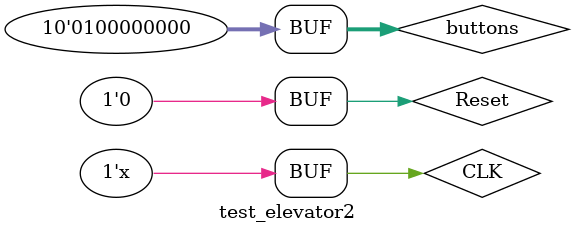
<source format=v>
`timescale 1ns/1ns
module test_elevator2();
  reg CLK, Reset;
  reg [9:0] buttons;
  wire[3:0] Layer;
  elevator2 E(CLK, Reset, buttons, Layer);
  initial
  begin
    // 初始化
    CLK = 0;
    Reset = 1;
    buttons = #2 10'b0000000001;
    Reset = 0;
    // 1,2楼有请求
    buttons = #20 10'b0000000110;
    // 取消1楼请求，2楼有请求
    buttons = #20 10'b0000000100;
    // 7，8，9楼有请求
    buttons = #20 10'b1110000000;
    // 取消7楼请求，8，9楼有请求
    buttons = #20 10'b1100000000;
    // 取消8楼请求，9楼有请求
    buttons = #20 10'b1000000000;
    // 4，5楼有请求
    buttons = #20 10'b0000011000;
    // 取消5楼请求，4楼有请求
    buttons = #20 10'b0000001000;
    // 0、8楼有请求
    buttons = #20 10'b0100000001;
    // 此时应是方向优先原则，取消0楼请求，8楼有请求
    buttons = #20 10'b0100000000;
    buttons = #20 10'b0000001000;
    buttons = #20 10'b0100000000;
  end
  always
  begin
    CLK = #1 ~CLK;
  end
endmodule
</source>
